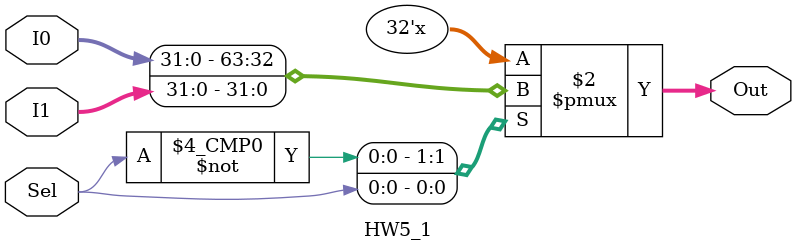
<source format=v>
`timescale 1ns / 1ps

module HW5_1(Out, I0, I1, Sel);
    input [31:0] I0;
    input [31:0] I1;
    input Sel;
    output [31:0] Out;
    reg [31:0] Out;
    
 always @(I0, I1, Sel) begin
    case (Sel)
    1'b0:Out = I0;
    1'b1:Out = I1;
    default Out = 0;
    endcase
    end

endmodule

</source>
